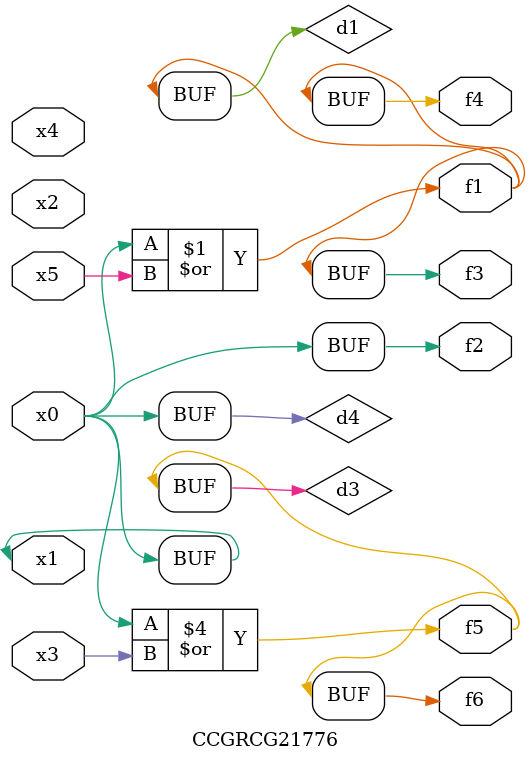
<source format=v>
module CCGRCG21776(
	input x0, x1, x2, x3, x4, x5,
	output f1, f2, f3, f4, f5, f6
);

	wire d1, d2, d3, d4;

	or (d1, x0, x5);
	xnor (d2, x1, x4);
	or (d3, x0, x3);
	buf (d4, x0, x1);
	assign f1 = d1;
	assign f2 = d4;
	assign f3 = d1;
	assign f4 = d1;
	assign f5 = d3;
	assign f6 = d3;
endmodule

</source>
